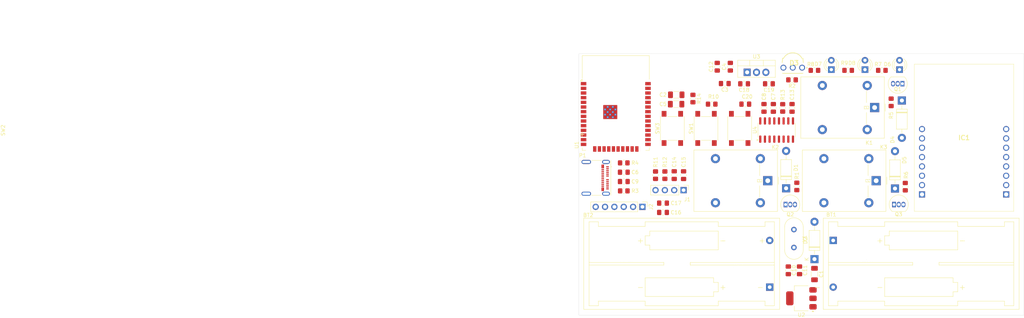
<source format=kicad_pcb>
(kicad_pcb (version 20221018) (generator pcbnew)
  (layers (0 "F.Cu" signal) (31 "B.Cu" signal) (34 "B.Paste" user) (35 "F.Paste" user) (36 "B.SilkS" user "B.Silkscreen") (37 "F.SilkS" user "F.Silkscreen") (38 "B.Mask" user) (39 "F.Mask" user) (44 "Edge.Cuts" user))
  (net 0 "")
  (net 1 "Net-(D1-K)")
  (net 2 "GND")
  (net 3 "BAT")
  (net 4 "Net-(BT1-+)")
  (net 5 "Net-(D4-K)")
  (net 6 "Net-(D5-K)")
  (net 8 "LOAD 2")
  (net 10 "LOAD 1")
  (net 12 "LOAD 3")
  (net 13 "Net-(Q1-B)")
  (net 14 "Net-(Q2-B)")
  (net 15 "Net-(Q3-B)")
  (net 16 "Net-(C6-Pad1)")
  (net 17 "Net-(U1-VDD)")
  (net 18 "EN")
  (net 25 "RELAY-1-ESP32")
  (net 26 "RELAY-2-ESP32")
  (net 27 "RELAY-3-ESP32")
  (net 39 "RTS")
  (net 40 "IR Sensor")
  (net 43 "CS")
  (net 44 "SCK")
  (net 45 "MISO")
  (net 47 "SDA")
  (net 48 "RX")
  (net 49 "TX")
  (net 50 "SCL")
  (net 51 "MOSI")
  (net 52 "VCC")
  (net 54 "D+")
  (net 55 "D-")
  (net 56 "Net-(U4-XI)")
  (net 57 "Net-(U4-XO)")
  (net 62 "Net-(U4-~{DTR})")
  (net 63 "Net-(U4-~{RTS})")
  (net 65 "Net-(U4-VCC)")
  (net 66 "IR-SENSOR-ESP32")
  (net 67 "Net-(IC1-5V)")
  (net 68 "Net-(C9-Pad1)")
  (net 69 "Net-(J1-Pin_2)")
  (net 70 "Net-(J1-Pin_1)")
  (net 71 "Net-(J2-Pin_2)")
  (net 72 "Net-(J2-Pin_1)")
  (net 73 "Net-(U3-IN)")
  (net 74 "Net-(U3-OUT)")
  (net 75 "Net-(C20-Pad1)")
  (net 76 "Net-(D6-K)")
  (net 77 "Net-(D7-K)")
  (net 78 "Net-(D8-K)")
  (net 79 "Net-(P1-CC)")
  (net 80 "Net-(P1-VCONN)")
  (net 99 "Net-(BT1--)")
  (footprint "Capacitor_SMD:C_0805_2012Metric_Pad1.18x1.45mm_HandSolder" (layer "F.Cu") (at 93.98 98.552 90)
    (fp_text reference "C11" (at 0 1.524 90) (layer "F.SilkS"))
    (fp_text value "22pF")
    (pad "1" smd roundrect (at -1.0375 0 90) (size 1.175 1.45) (layers "F.Cu" "F.Paste" "F.Mask") (roundrect_rratio 0.212766) (net 2 "GND"))
    (pad "2" smd roundrect (at 1.0375 0 90) (size 1.175 1.45) (layers "F.Cu" "F.Paste" "F.Mask") (roundrect_rratio 0.212766) (net 57 "Net-(U4-XO)"))
  )
  (footprint "Capacitor_SMD:C_0805_2012Metric_Pad1.18x1.45mm_HandSolder" (layer "F.Cu") (at 91.948 54.356 90)
    (fp_text reference "C13" (at 3.556 0 90) (layer "F.SilkS"))
    (fp_text value "0.1uF")
    (pad "1" smd roundrect (at -1.0375 0 90) (size 1.175 1.45) (layers "F.Cu" "F.Paste" "F.Mask") (roundrect_rratio 0.212766) (net 63 "Net-(U4-~{RTS})"))
    (pad "2" smd roundrect (at 1.0375 0 90) (size 1.175 1.45) (layers "F.Cu" "F.Paste" "F.Mask") (roundrect_rratio 0.212766) (net 39 "RTS"))
  )
  (footprint "Resistor_SMD:R_0805_2012Metric_Pad1.20x1.40mm_HandSolder" (layer "F.Cu") (at 70.12 53.34)
    (fp_text reference "R10" (at 0.492 -2.032) (layer "F.SilkS"))
    (fp_text value "10K")
    (pad "1" smd roundrect (at -1 0) (size 1.2 1.4) (layers "F.Cu" "F.Paste" "F.Mask") (roundrect_rratio 0.208333) (net 52 "VCC"))
    (pad "2" smd roundrect (at 1 0) (size 1.2 1.4) (layers "F.Cu" "F.Paste" "F.Mask") (roundrect_rratio 0.208333) (net 18 "EN"))
  )
  (footprint "Resistor_SMD:R_0805_2012Metric_Pad1.20x1.40mm_HandSolder" (layer "F.Cu") (at 46.2495 76.942 180)
    (fp_text reference "R3" (at -3.064 0) (layer "F.SilkS"))
    (fp_text value "5.1K")
    (pad "1" smd roundrect (at -1 0 180) (size 1.2 1.4) (layers "F.Cu" "F.Paste" "F.Mask") (roundrect_rratio 0.208333) (net 2 "GND"))
    (pad "2" smd roundrect (at 1 0 180) (size 1.2 1.4) (layers "F.Cu" "F.Paste" "F.Mask") (roundrect_rratio 0.208333) (net 79 "Net-(P1-CC)"))
  )
  (footprint "Capacitor_SMD:C_0805_2012Metric_Pad1.18x1.45mm_HandSolder" (layer "F.Cu") (at 85.666 47.8015 180)
    (fp_text reference "C19" (at 0 -1.68) (layer "F.SilkS"))
    (fp_text value "0.1uF")
    (pad "1" smd roundrect (at -1.0375 0 180) (size 1.175 1.45) (layers "F.Cu" "F.Paste" "F.Mask") (roundrect_rratio 0.212766) (net 74 "Net-(U3-OUT)"))
    (pad "2" smd roundrect (at 1.0375 0 180) (size 1.175 1.45) (layers "F.Cu" "F.Paste" "F.Mask") (roundrect_rratio 0.212766) (net 67 "Net-(IC1-5V)"))
  )
  (footprint "Resistor_SMD:R_0805_2012Metric_Pad1.20x1.40mm_HandSolder" (layer "F.Cu") (at 98.028 44.147)
    (fp_text reference "R8" (at -1 -1.65) (layer "F.SilkS"))
    (fp_text value "68")
    (pad "1" smd roundrect (at -1 0) (size 1.2 1.4) (layers "F.Cu" "F.Paste" "F.Mask") (roundrect_rratio 0.208333) (net 2 "GND"))
    (pad "2" smd roundrect (at 1 0) (size 1.2 1.4) (layers "F.Cu" "F.Paste" "F.Mask") (roundrect_rratio 0.208333) (net 77 "Net-(D7-K)"))
  )
  (footprint "Capacitor_SMD:C_0805_2012Metric_Pad1.18x1.45mm_HandSolder" (layer "F.Cu") (at 90.932 98.552 -90)
    (fp_text reference "C10" (at 0 -1.524 90) (layer "F.SilkS"))
    (fp_text value "22pF")
    (pad "1" smd roundrect (at -1.0375 0 270) (size 1.175 1.45) (layers "F.Cu" "F.Paste" "F.Mask") (roundrect_rratio 0.212766) (net 56 "Net-(U4-XI)"))
    (pad "2" smd roundrect (at 1.0375 0 270) (size 1.175 1.45) (layers "F.Cu" "F.Paste" "F.Mask") (roundrect_rratio 0.212766) (net 2 "GND"))
  )
  (footprint "Resistor_SMD:R_0805_2012Metric_Pad1.20x1.40mm_HandSolder" (layer "F.Cu") (at 54.864 72.66 -90)
    (fp_text reference "R11" (at -3.556 0 90) (layer "F.SilkS"))
    (fp_text value "4.7K")
    (pad "1" smd roundrect (at -1 0 270) (size 1.2 1.4) (layers "F.Cu" "F.Paste" "F.Mask") (roundrect_rratio 0.208333) (net 52 "VCC"))
    (pad "2" smd roundrect (at 1 0 270) (size 1.2 1.4) (layers "F.Cu" "F.Paste" "F.Mask") (roundrect_rratio 0.208333) (net 50 "SCL"))
  )
  (footprint "Connector_USB:USB_C_Receptacle_Molex_105450-0101" (layer "F.Cu") (at 38.608 73.386 -90)
    (fp_text reference "P1" (at -6.088 3.556 unlocked) (layer "F.SilkS"))
    (fp_text value "USB_C_Plug")
    (pad "A1" smd rect (at -3 -3.215 270) (size 0.3 0.7) (layers "F.Cu" "F.Paste" "F.Mask") (net 2 "GND"))
    (pad "A2" smd rect (at -2.5 -3.215 270) (size 0.3 0.7) (layers "F.Cu" "F.Paste" "F.Mask"))
    (pad "A3" smd rect (at -2 -3.215 270) (size 0.3 0.7) (layers "F.Cu" "F.Paste" "F.Mask"))
    (pad "A4" smd rect (at -1.5 -3.215 270) (size 0.3 0.7) (layers "F.Cu" "F.Paste" "F.Mask") (net 68 "Net-(C9-Pad1)"))
    (pad "A5" smd rect (at -1 -3.215 270) (size 0.3 0.7) (layers "F.Cu" "F.Paste" "F.Mask") (net 79 "Net-(P1-CC)"))
    (pad "A6" smd rect (at -0.5 -3.215 270) (size 0.3 0.7) (layers "F.Cu" "F.Paste" "F.Mask") (net 54 "D+"))
    (pad "A7" smd rect (at 0.5 -3.215 270) (size 0.3 0.7) (layers "F.Cu" "F.Paste" "F.Mask") (net 55 "D-"))
    (pad "A8" smd rect (at 1 -3.215 270) (size 0.3 0.7) (layers "F.Cu" "F.Paste" "F.Mask"))
    (pad "A9" smd rect (at 1.5 -3.215 270) (size 0.3 0.7) (layers "F.Cu" "F.Paste" "F.Mask") (net 68 "Net-(C9-Pad1)"))
    (pad "A10" smd rect (at 2 -3.215 270) (size 0.3 0.7) (layers "F.Cu" "F.Paste" "F.Mask"))
    (pad "A11" smd rect (at 2.5 -3.215 270) (size 0.3 0.7) (layers "F.Cu" "F.Paste" "F.Mask"))
    (pad "A12" smd rect (at 3 -3.215 270) (size 0.3 0.7) (layers "F.Cu" "F.Paste" "F.Mask") (net 2 "GND"))
    (pad "B1" smd rect (at 3.1 -1.915 270) (size 1 0.7) (layers "F.Cu" "F.Paste" "F.Mask") (net 2 "GND"))
    (pad "B2" smd rect (at 2.25 -1.915 270) (size 0.3 0.7) (layers "F.Cu" "F.Paste" "F.Mask"))
    (pad "B3" smd rect (at 1.75 -1.915 270) (size 0.3 0.7) (layers "F.Cu" "F.Paste" "F.Mask"))
    (pad "B4" smd rect (at 1.25 -1.915 270) (size 0.3 0.7) (layers "F.Cu" "F.Paste" "F.Mask") (net 68 "Net-(C9-Pad1)"))
    (pad "B5" smd rect (at 0.75 -1.915 270) (size 0.3 0.7) (layers "F.Cu" "F.Paste" "F.Mask") (net 80 "Net-(P1-VCONN)"))
    (pad "B6" smd rect (at 0.25 -1.915 270) (size 0.3 0.7) (layers "F.Cu" "F.Paste" "F.Mask"))
    (pad "B7" smd rect (at -0.25 -1.915 270) (size 0.3 0.7) (layers "F.Cu" "F.Paste" "F.Mask"))
    (pad "B8" smd rect (at -0.75 -1.915 270) (size 0.3 0.7) (layers "F.Cu" "F.Paste" "F.Mask"))
    (pad "B9" smd rect (at -1.25 -1.915 270) (size 0.3 0.7) (layers "F.Cu" "F.Paste" "F.Mask") (net 68 "Net-(C9-Pad1)"))
    (pad "B10" smd rect (at -1.75 -1.915 270) (size 0.3 0.7) (layers "F.Cu" "F.Paste" "F.Mask"))
    (pad "B11" smd rect (at -2.25 -1.915 270) (size 0.3 0.7) (layers "F.Cu" "F.Paste" "F.Mask"))
    (pad "B12" smd rect (at -3.1 -1.915 270) (size 1 0.7) (layers "F.Cu" "F.Paste" "F.Mask") (net 2 "GND"))
    (pad "S1" thru_hole oval (at -4.32 -2.805 270) (size 1.1 2.1) (drill oval 0.6 1.6) (layers "*.Cu" "*.Mask") (net 2 "GND"))
    (pad "S1" thru_hole oval (at -4.32 2.555 270) (size 1.1 2.6) (drill oval 0.6 2.1) (layers "*.Cu" "*.Mask") (net 2 "GND"))
    (pad "S1" thru_hole oval (at 4.32 -2.805 270) (size 1.1 2.1) (drill oval 0.6 1.6) (layers "*.Cu" "*.Mask") (net 2 "GND"))
    (pad "S1" thru_hole oval (at 4.32 2.555 270) (size 1.1 2.6) (drill oval 0.6 2.1) (layers "*.Cu" "*.Mask") (net 2 "GND"))
  )
  (footprint "Battery:BatteryHolder_Keystone_2468_2xAAA" (layer "F.Cu") (at 103.124 90.424)
    (fp_text reference "BT1" (at -0.5165 -7) (layer "F.SilkS"))
    (fp_text value "3V")
    (fp_text user "-" (at 12.7 12.7) (layer "F.SilkS") (effects (font (size 1.5 1.5))))
    (fp_text user "-" (at -4.318 12.7) (layer "F.SilkS") (effects (font (size 1.5 1.5))))
    (fp_text user "+" (at -68.216 -28.956) (layer "F.SilkS") (effects (font (size 1.5 1.5))))
    (fp_text user "+" (at 35.1 12.7) (layer "F.SilkS") (effects (font (size 1.5 1.5))))
    (fp_text user "+" (at 12.7 0) (layer "F.SilkS") (effects (font (size 1.5 1.5))))
    (fp_text user "-" (at 35.1 0) (layer "F.SilkS") (effects (font (size 1.5 1.5))))
    (pad "" np_thru_hole circle (at 8.64 4) (size 3.45 3.45) (drill 3.45) (layers "*.Cu"))
    (pad "" np_thru_hole circle (at 38.61 8.7) (size 3.45 3.45) (drill 3.45) (layers "*.Cu" "*.Mask"))
    (pad "1" thru_hole rect (at 0 0) (size 2 2) (drill 1.02) (layers "*.Cu" "*.Mask") (net 4 "Net-(BT1-+)"))
    (pad "2" thru_hole circle (at 0 12.7) (size 2 2) (drill 1.02) (layers "*.Cu" "*.Mask") (net 99 "Net-(BT1--)"))
  )
  (footprint "Battery:BatteryHolder_Keystone_2468_2xAAA" (layer "F.Cu") (at 85.876 103.124 180)
    (fp_text reference "BT2" (at 49.3 19.578) (layer "F.SilkS"))
    (fp_text value "3V")
    (fp_text user "-" (at 35.1 0) (layer "F.SilkS") (effects (font (size 1.5 1.5))))
    (fp_text user "+" (at 2.032 12.7) (layer "F.SilkS") (effects (font (size 1.5 1.5))))
    (fp_text user "-" (at 2.542 0) (layer "F.SilkS") (effects (font (size 1.5 1.5))))
    (fp_text user "+" (at 12.7 0) (layer "F.SilkS") (effects (font (size 1.5 1.5))))
    (fp_text user "-" (at 12.7 12.7) (layer "F.SilkS") (effects (font (size 1.5 1.5))))
    (fp_text user "+" (at 35.1 12.7) (layer "F.SilkS") (effects (font (size 1.5 1.5))))
    (pad "" np_thru_hole circle (at 8.64 4 180) (size 3.45 3.45) (drill 3.45) (layers "*.Cu"))
    (pad "" np_thru_hole circle (at 38.61 8.7 180) (size 3.45 3.45) (drill 3.45) (layers "*.Cu" "*.Mask"))
    (pad "1" thru_hole rect (at 0 0 180) (size 2 2) (drill 1.02) (layers "*.Cu" "*.Mask") (net 99 "Net-(BT1--)"))
    (pad "2" thru_hole circle (at 0 12.7 180) (size 2 2) (drill 1.02) (layers "*.Cu" "*.Mask") (net 2 "GND"))
  )
  (footprint "Package_SO:SOIC-16_3.9x9.9mm_P1.27mm" (layer "F.Cu") (at 87.757 60.387 90)
    (fp_text reference "U4" (at 0 -5.9 90) (layer "F.SilkS"))
    (fp_text value "CH340G")
    (pad "1" smd roundrect (at -2.475 -4.445 90) (size 1.95 0.6) (layers "F.Cu" "F.Paste" "F.Mask") (net 2 "GND"))
    (pad "2" smd roundrect (at -2.475 -3.175 90) (size 1.95 0.6) (layers "F.Cu" "F.Paste" "F.Mask") (net 49 "TX"))
    (pad "3" smd roundrect (at -2.475 -1.905 90) (size 1.95 0.6) (layers "F.Cu" "F.Paste" "F.Mask") (net 48 "RX"))
    (pad "4" smd roundrect (at -2.475 -0.635 90) (size 1.95 0.6) (layers "F.Cu" "F.Paste" "F.Mask"))
    (pad "5" smd roundrect (at -2.475 0.635 90) (size 1.95 0.6) (layers "F.Cu" "F.Paste" "F.Mask") (net 54 "D+"))
    (pad "6" smd roundrect (at -2.475 1.905 90) (size 1.95 0.6) (layers "F.Cu" "F.Paste" "F.Mask") (net 55 "D-"))
    (pad "7" smd roundrect (at -2.475 3.175 90) (size 1.95 0.6) (layers "F.Cu" "F.Paste" "F.Mask") (net 56 "Net-(U4-XI)"))
    (pad "8" smd roundrect (at -2.475 4.445 90) (size 1.95 0.6) (layers "F.Cu" "F.Paste" "F.Mask") (net 57 "Net-(U4-XO)"))
    (pad "9" smd roundrect (at 2.475 4.445 90) (size 1.95 0.6) (layers "F.Cu" "F.Paste" "F.Mask"))
    (pad "10" smd roundrect (at 2.475 3.175 90) (size 1.95 0.6) (layers "F.Cu" "F.Paste" "F.Mask"))
    (pad "11" smd roundrect (at 2.475 1.905 90) (size 1.95 0.6) (layers "F.Cu" "F.Paste" "F.Mask"))
    (pad "12" smd roundrect (at 2.475 0.635 90) (size 1.95 0.6) (layers "F.Cu" "F.Paste" "F.Mask"))
    (pad "13" smd roundrect (at 2.475 -0.635 90) (size 1.95 0.6) (layers "F.Cu" "F.Paste" "F.Mask") (net 62 "Net-(U4-~{DTR})"))
    (pad "14" smd roundrect (at 2.475 -1.905 90) (size 1.95 0.6) (layers "F.Cu" "F.Paste" "F.Mask") (net 63 "Net-(U4-~{RTS})"))
    (pad "15" smd roundrect (at 2.475 -3.175 90) (size 1.95 0.6) (layers "F.Cu" "F.Paste" "F.Mask"))
    (pad "16" smd roundrect (at 2.475 -4.445 90) (size 1.95 0.6) (layers "F.Cu" "F.Paste" "F.Mask") (net 65 "Net-(U4-VCC)"))
  )
  (footprint "Capacitor_SMD:C_0805_2012Metric_Pad1.18x1.45mm_HandSolder" (layer "F.Cu") (at 71.628 43.1585 90)
    (fp_text reference "C12" (at 0 -1.68 90) (layer "F.SilkS"))
    (fp_text value "0.1uF")
    (pad "1" smd roundrect (at -1.0375 0 90) (size 1.175 1.45) (layers "F.Cu" "F.Paste" "F.Mask") (roundrect_rratio 0.212766) (net 18 "EN"))
    (pad "2" smd roundrect (at 1.0375 0 90) (size 1.175 1.45) (layers "F.Cu" "F.Paste" "F.Mask") (roundrect_rratio 0.212766) (net 62 "Net-(U4-~{DTR})"))
  )
  (footprint "Resistor_SMD:R_0805_2012Metric_Pad1.20x1.40mm_HandSolder" (layer "F.Cu") (at 118.872 52.848 -90)
    (fp_text reference "R5" (at 3.556 0 90) (layer "F.SilkS"))
    (fp_text value "1K")
    (pad "1" smd roundrect (at -1 0 270) (size 1.2 1.4) (layers "F.Cu" "F.Paste" "F.Mask") (roundrect_rratio 0.208333) (net 13 "Net-(Q1-B)"))
    (pad "2" smd roundrect (at 1 0 270) (size 1.2 1.4) (layers "F.Cu" "F.Paste" "F.Mask") (roundrect_rratio 0.208333) (net 26 "RELAY-2-ESP32"))
  )
  (footprint "Connector_PinHeader_2.54mm:PinHeader_1x06_P2.54mm_Vertical" (layer "F.Cu") (at 51.308 81.28 -90)
    (fp_text reference "J2" (at 0 -2.33 90) (layer "F.SilkS"))
    (fp_text value "Conn_01x06_Pin")
    (pad "1" thru_hole rect (at 0 0 270) (size 1.7 1.7) (drill 1) (layers "*.Cu" "*.Mask") (net 72 "Net-(J2-Pin_1)"))
    (pad "2" thru_hole oval (at 0 2.54 270) (size 1.7 1.7) (drill 1) (layers "*.Cu" "*.Mask") (net 71 "Net-(J2-Pin_2)"))
    (pad "3" thru_hole oval (at 0 5.08 270) (size 1.7 1.7) (drill 1) (layers "*.Cu" "*.Mask") (net 43 "CS"))
    (pad "4" thru_hole oval (at 0 7.62 270) (size 1.7 1.7) (drill 1) (layers "*.Cu" "*.Mask") (net 51 "MOSI"))
    (pad "5" thru_hole oval (at 0 10.16 270) (size 1.7 1.7) (drill 1) (layers "*.Cu" "*.Mask") (net 45 "MISO"))
    (pad "6" thru_hole oval (at 0 12.7 270) (size 1.7 1.7) (drill 1) (layers "*.Cu" "*.Mask") (net 44 "SCK"))
  )
  (footprint "Package_TO_SOT_SMD:SOT-223-3_TabPin2" (layer "F.Cu") (at 94.488 106.172 180)
    (fp_text reference "U2" (at 0 -4.5) (layer "F.SilkS"))
    (fp_text value "AMS1117-3.3")
    (pad "1" smd roundrect (at -3.15 -2.3 180) (size 2 1.5) (layers "F.Cu" "F.Paste" "F.Mask") (net 2 "GND"))
    (pad "2" smd roundrect (at -3.15 0 180) (size 2 1.5) (layers "F.Cu" "F.Paste" "F.Mask") (net 52 "VCC"))
    (pad "2" smd roundrect (at 3.15 0 180) (size 2 3.8) (layers "F.Cu" "F.Paste" "F.Mask") (net 52 "VCC"))
    (pad "3" smd roundrect (at -3.15 2.3 180) (size 2 1.5) (layers "F.Cu" "F.Paste" "F.Mask") (net 3 "BAT"))
  )
  (footprint "LED_THT:LED_D3.0mm" (layer "F.Cu") (at 111.76 43.947 90)
    (fp_text reference "D8" (at 1.783 -3.556) (layer "F.SilkS"))
    (fp_text value "LED")
    (pad "1" thru_hole rect (at 0 0 90) (size 1.8 1.8) (drill 0.9) (layers "*.Cu" "*.Mask") (net 78 "Net-(D8-K)"))
    (pad "2" thru_hole circle (at 2.54 0 90) (size 1.8 1.8) (drill 0.9) (layers "*.Cu" "*.Mask") (net 12 "LOAD 3"))
  )
  (footprint "Capacitor_SMD:C_0805_2012Metric_Pad1.18x1.45mm_HandSolder" (layer "F.Cu") (at 59.944 72.644 -90)
    (fp_text reference "C14" (at -3.556 0 90) (layer "F.SilkS"))
    (fp_text value "0.1uF")
    (pad "1" smd roundrect (at -1.0375 0 270) (size 1.175 1.45) (layers "F.Cu" "F.Paste" "F.Mask") (roundrect_rratio 0.212766) (net 2 "GND"))
    (pad "2" smd roundrect (at 1.0375 0 270) (size 1.175 1.45) (layers "F.Cu" "F.Paste" "F.Mask") (roundrect_rratio 0.212766) (net 69 "Net-(J1-Pin_2)"))
  )
  (footprint "Resistor_SMD:R_0805_2012Metric_Pad1.20x1.40mm_HandSolder" (layer "F.Cu") (at 65.024 51.816 -90)
    (fp_text reference "R14" (at 0 -1.65 90) (layer "F.SilkS"))
    (fp_text value "10K")
    (pad "1" smd roundrect (at -1 0 270) (size 1.2 1.4) (layers "F.Cu" "F.Paste" "F.Mask") (roundrect_rratio 0.208333) (net 39 "RTS"))
    (pad "2" smd roundrect (at 1 0 270) (size 1.2 1.4) (layers "F.Cu" "F.Paste" "F.Mask") (roundrect_rratio 0.208333) (net 52 "VCC"))
  )
  (footprint "Package_TO_SOT_THT:TO-92_Inline" (layer "F.Cu") (at 90.194 80.658)
    (fp_text reference "Q2" (at 1.27 2.688) (layer "F.SilkS"))
    (fp_text value "BC547" hide)
    (pad "1" thru_hole rect (at 0 0) (size 1.05 1.5) (drill 0.75) (layers "*.Cu" "*.Mask") (net 1 "Net-(D1-K)"))
    (pad "2" thru_hole oval (at 1.27 0) (size 1.05 1.5) (drill 0.75) (layers "*.Cu" "*.Mask") (net 14 "Net-(Q2-B)"))
    (pad "3" thru_hole oval (at 2.54 0) (size 1.05 1.5) (drill 0.75) (layers "*.Cu" "*.Mask") (net 2 "GND"))
  )
  (footprint "Capacitor_SMD:C_0805_2012Metric_Pad1.18x1.45mm_HandSolder" (layer "F.Cu") (at 73.6815 47.7305 180)
    (fp_text reference "C3" (at 0 -1.68) (layer "F.SilkS"))
    (fp_text value "100nF")
    (pad "1" smd roundrect (at -1.0375 0 180) (size 1.175 1.45) (layers "F.Cu" "F.Paste" "F.Mask") (roundrect_rratio 0.212766) (net 3 "BAT"))
    (pad "2" smd roundrect (at 1.0375 0 180) (size 1.175 1.45) (layers "F.Cu" "F.Paste" "F.Mask") (roundrect_rratio 0.212766) (net 2 "GND"))
  )
  (footprint "Resistor_SMD:R_0805_2012Metric_Pad1.20x1.40mm_HandSolder" (layer "F.Cu") (at 57.404 72.66 90)
    (fp_text reference "R12" (at 3.556 0 90) (layer "F.SilkS"))
    (fp_text value "4.7K")
    (pad "1" smd roundrect (at -1 0 90) (size 1.2 1.4) (layers "F.Cu" "F.Paste" "F.Mask") (roundrect_rratio 0.208333) (net 47 "SDA"))
    (pad "2" smd roundrect (at 1 0 90) (size 1.2 1.4) (layers "F.Cu" "F.Paste" "F.Mask") (roundrect_rratio 0.208333) (net 52 "VCC"))
  )
  (footprint "Capacitor_SMD:C_0805_2012Metric_Pad1.18x1.45mm_HandSolder" (layer "F.Cu") (at 56.896 80.264 180)
    (fp_text reference "C17" (at -3.556 0) (layer "F.SilkS"))
    (fp_text value "0.1uF")
    (pad "1" smd roundrect (at -1.0375 0 180) (size 1.175 1.45) (layers "F.Cu" "F.Paste" "F.Mask") (roundrect_rratio 0.212766) (net 52 "VCC"))
    (pad "2" smd roundrect (at 1.0375 0 180) (size 1.175 1.45) (layers "F.Cu" "F.Paste" "F.Mask") (roundrect_rratio 0.212766) (net 72 "Net-(J2-Pin_1)"))
  )
  (footprint "Resistor_SMD:R_0805_2012Metric_Pad1.20x1.40mm_HandSolder" (layer "F.Cu") (at 93.244 75.726 90)
    (fp_text reference "R1" (at 2.952 0.0155 90) (layer "F.SilkS"))
    (fp_text value "1K")
    (pad "1" smd roundrect (at -1 0 90) (size 1.2 1.4) (layers "F.Cu" "F.Paste" "F.Mask") (roundrect_rratio 0.208333) (net 14 "Net-(Q2-B)"))
    (pad "2" smd roundrect (at 1 0 90) (size 1.2 1.4) (layers "F.Cu" "F.Paste" "F.Mask") (roundrect_rratio 0.208333) (net 25 "RELAY-1-ESP32"))
  )
  (footprint "Resistor_SMD:R_0805_2012Metric_Pad1.20x1.40mm_HandSolder" (layer "F.Cu") (at 89.408 54.356 90)
    (fp_text reference "R13" (at 3.556 0 90) (layer "F.SilkS"))
    (fp_text value "10K")
    (pad "1" smd roundrect (at -1 0 90) (size 1.2 1.4) (layers "F.Cu" "F.Paste" "F.Mask") (roundrect_rratio 0.208333) (net 52 "VCC"))
    (pad "2" smd roundrect (at 1 0 90) (size 1.2 1.4) (layers "F.Cu" "F.Paste" "F.Mask") (roundrect_rratio 0.208333) (net 47 "SDA"))
  )
  (footprint "Relay_THT:Relay_SPDT_Omron-G5LE-1" (layer "F.Cu") (at 114.3755 54.266 -90)
    (fp_text reference "K1" (at 9.6 1.4835) (layer "F.SilkS"))
    (fp_text value "G5LE-1")
    (pad "1" thru_hole rect (at 0 0 270) (size 2.5 2.5) (drill 1.3) (layers "*.Cu" "*.Mask"))
    (pad "2" thru_hole oval (at -6 2 270) (size 2.5 2.5) (drill 1.3) (layers "*.Cu" "*.Mask") (net 2 "GND"))
    (pad "3" thru_hole oval (at -6 14.2 270) (size 2.5 2.5) (drill 1.3) (layers "*.Cu" "*.Mask") (net 3 "BAT"))
    (pad "4" thru_hole oval (at 6 14.2 270) (size 2.5 2.5) (drill 1.3) (layers "*.Cu" "*.Mask") (net 8 "LOAD 2"))
    (pad "5" thru_hole oval (at 6 2 270) (size 2.5 2.5) (drill 1.3) (layers "*.Cu" "*.Mask") (net 5 "Net-(D4-K)"))
  )
  (footprint "Package_TO_SOT_THT:TO-220-3_Vertical" (layer "F.Cu") (at 79.756 44.6825)
    (fp_text reference "U3" (at 2.54 -4.27) (layer "F.SilkS"))
    (fp_text value "L7805")
    (pad "1" thru_hole rect (at 0 0) (size 1.905 2) (drill 1.1) (layers "*.Cu" "*.Mask") (net 73 "Net-(U3-IN)"))
    (pad "2" thru_hole oval (at 2.54 0) (size 1.905 2) (drill 1.1) (layers "*.Cu" "*.Mask") (net 2 "GND"))
    (pad "3" thru_hole oval (at 5.08 0) (size 1.905 2) (drill 1.1) (layers "*.Cu" "*.Mask") (net 74 "Net-(U3-OUT)"))
  )
  (footprint "Capacitor_SMD:C_0805_2012Metric_Pad1.18x1.45mm_HandSolder" (layer "F.Cu") (at 46.2495 71.862)
    (fp_text reference "C6" (at 3.048 0) (layer "F.SilkS"))
    (fp_text value "0.1uF")
    (pad "1" smd roundrect (at -1.0375 0) (size 1.175 1.45) (layers "F.Cu" "F.Paste" "F.Mask") (roundrect_rratio 0.212766) (net 16 "Net-(C6-Pad1)"))
    (pad "2" smd roundrect (at 1.0375 0) (size 1.175 1.45) (layers "F.Cu" "F.Paste" "F.Mask") (roundrect_rratio 0.212766) (net 2 "GND"))
  )
  (footprint "LED_THT:LED_D3.0mm" (layer "F.Cu") (at 102.616 43.947 90)
    (fp_text reference "D7" (at 1.524 -3.556 180) (layer "F.SilkS"))
    (fp_text value "LED")
    (pad "1" thru_hole rect (at 0 0 90) (size 1.8 1.8) (drill 0.9) (layers "*.Cu" "*.Mask") (net 77 "Net-(D7-K)"))
    (pad "2" thru_hole circle (at 2.54 0 90) (size 1.8 1.8) (drill 0.9) (layers "*.Cu" "*.Mask") (net 8 "LOAD 2"))
  )
  (footprint "Connector_PinHeader_2.54mm:PinHeader_1x04_P2.54mm_Vertical" (layer "F.Cu") (at 62.484 76.74 -90)
    (fp_text reference "J1" (at 2.524 -1.016 -180) (layer "F.SilkS"))
    (fp_text value "Conn_01x04_Pin")
    (pad "1" thru_hole rect (at 0 0 270) (size 1.7 1.7) (drill 1) (layers "*.Cu" "*.Mask") (net 70 "Net-(J1-Pin_1)"))
    (pad "2" thru_hole oval (at 0 2.54 270) (size 1.7 1.7) (drill 1) (layers "*.Cu" "*.Mask") (net 69 "Net-(J1-Pin_2)"))
    (pad "3" thru_hole oval (at 0 5.08 270) (size 1.7 1.7) (drill 1) (layers "*.Cu" "*.Mask") (net 47 "SDA"))
    (pad "4" thru_hole oval (at 0 7.62 270) (size 1.7 1.7) (drill 1) (layers "*.Cu" "*.Mask") (net 50 "SCL"))
  )
  (footprint "Package_TO_SOT_THT:TO-92_Inline" (layer "F.Cu") (at 121.922 47.776 180)
    (fp_text reference "Q1" (at 1.27 -1.5) (layer "F.SilkS"))
    (fp_text value "BC547" hide)
    (pad "1" thru_hole rect (at 0 0 180) (size 1.05 1.5) (drill 0.75) (layers "*.Cu" "*.Mask") (net 5 "Net-(D4-K)"))
    (pad "2" thru_hole oval (at 1.27 0 180) (size 1.05 1.5) (drill 0.75) (layers "*.Cu" "*.Mask") (net 13 "Net-(Q1-B)"))
    (pad "3" thru_hole oval (at 2.54 0 180) (size 1.05 1.5) (drill 0.75) (layers "*.Cu" "*.Mask") (net 2 "GND"))
  )
  (footprint "Capacitor_SMD:C_0805_2012Metric_Pad1.18x1.45mm_HandSolder" (layer "F.Cu") (at 62.484 72.66 90)
    (fp_text reference "C15" (at 3.556 0 90) (layer "F.SilkS"))
    (fp_text value "0.1uF")
    (pad "1" smd roundrect (at -1.0375 0 90) (size 1.175 1.45) (layers "F.Cu" "F.Paste" "F.Mask") (roundrect_rratio 0.212766) (net 70 "Net-(J1-Pin_1)"))
    (pad "2" smd roundrect (at 1.0375 0 90) (size 1.175 1.45) (layers "F.Cu" "F.Paste" "F.Mask") (roundrect_rratio 0.212766) (net 52 "VCC"))
  )
  (footprint "Diode_THT:D_DO-41_SOD81_P10.16mm_Horizontal" (layer "F.Cu") (at 98.044 95.504 90)
    (fp_text reference "D2" (at 5.08 -2.47 90) (layer "F.SilkS"))
    (fp_text value "1N4007")
    (fp_text user "K" (at 0 -2.1 90) (layer "F.SilkS"))
    (pad "1" thru_hole rect (at 0 0 90) (size 2.2 2.2) (drill 1.1) (layers "*.Cu" "*.Mask") (net 3 "BAT"))
    (pad "2" thru_hole oval (at 10.16 0 90) (size 2.2 2.2) (drill 1.1) (layers "*.Cu" "*.Mask") (net 4 "Net-(BT1-+)"))
  )
  (footprint "Capacitor_SMD:C_0805_2012Metric_Pad1.18x1.45mm_HandSolder" (layer "F.Cu") (at 46.2495 74.402)
    (fp_text reference "C9" (at 3.048 0) (layer "F.SilkS"))
    (fp_text value "1uF")
    (pad "1" smd roundrect (at -1.0375 0) (size 1.175 1.45) (layers "F.Cu" "F.Paste" "F.Mask") (roundrect_rratio 0.212766) (net 68 "Net-(C9-Pad1)"))
    (pad "2" smd roundrect (at 1.0375 0) (size 1.175 1.45) (layers "F.Cu" "F.Paste" "F.Mask") (roundrect_rratio 0.212766) (net 52 "VCC"))
  )
  (footprint "TSOP1838:TSOP4856" (layer "F.Cu") (at 92.141 43.414001 180)
    (fp_text reference "D3" (at -0.368 1.289) (layer "F.SilkS") (effects (font (size 1.27 1.27) (thickness 0.254))))
    (fp_text value "TSOP1838" hide)
    (pad "1" thru_hole circle (at -2.54 0 180) (size 1.6 1.6) (drill 1.06) (layers "*.Cu" "*.Mask") (net 66 "IR-SENSOR-ESP32"))
    (pad "2" thru_hole circle (at 0 0 180) (size 1.6 1.6) (drill 1.06) (layers "*.Cu" "*.Mask") (net 2 "GND"))
    (pad "3" thru_hole circle (at 2.54 0 180) (size 1.6 1.6) (drill 1.06) (layers "*.Cu" "*.Mask") (net 52 "VCC"))
  )
  (footprint "Diode_THT:D_DO-41_SOD81_P10.16mm_Horizontal" (layer "F.Cu") (at 90.334 76.234 90)
    (fp_text reference "D1" (at 5.588 2.654 90) (layer "F.SilkS"))
    (fp_text value "1N4007" hide)
    (pad "1" thru_hole rect (at 0 0 90) (size 2.2 2.2) (drill 1.1) (layers "*.Cu" "*.Mask") (net 1 "Net-(D1-K)"))
    (pad "2" thru_hole oval (at 10.16 0 90) (size 2.2 2.2) (drill 1.1) (layers "*.Cu" "*.Mask") (net 2 "GND"))
  )
  (footprint "Package_TO_SOT_THT:TO-92_Inline" (layer "F.Cu") (at 119.6575 80.658)
    (fp_text reference "Q3" (at 1.238 2.654) (layer "F.SilkS"))
    (fp_text value "BC547" hide)
    (pad "1" thru_hole rect (at 0 0) (size 1.05 1.5) (drill 0.75) (layers "*.Cu" "*.Mask") (net 6 "Net-(D5-K)"))
    (pad "2" thru_hole oval (at 1.27 0) (size 1.05 1.5) (drill 0.75) (layers "*.Cu" "*.Mask") (net 15 "Net-(Q3-B)"))
    (pad "3" thru_hole oval (at 2.54 0) (size 1.05 1.5) (drill 0.75) (layers "*.Cu" "*.Mask") (net 2 "GND"))
  )
  (footprint "Button_Switch_SMD:SW_Push_1P1T_NO_6x6mm_H9.5mm" (layer "F.Cu") (at 59.436 59.944 90)
    (fp_text reference "SW3" (at 0 -4.05 90) (layer "F.SilkS"))
    (fp_text value "SW_Push")
    (pad "1" smd rect (at -3.975 -2.25 90) (size 1.55 1.3) (layers "F.Cu" "F.Paste" "F.Mask") (net 39 "RTS"))
    (pad "1" smd rect (at 3.975 -2.25 90) (size 1.55 1.3) (layers "F.Cu" "F.Paste" "F.Mask") (net 39 "RTS"))
    (pad "2" smd rect (at -3.975 2.25 90) (size 1.55 1.3) (layers "F.Cu" "F.Paste" "F.Mask") (net 2 "GND"))
    (pad "2" smd rect (at 3.975 2.25 90) (size 1.55 1.3) (layers "F.Cu" "F.Paste" "F.Mask") (net 2 "GND"))
  )
  (footprint "Crystal:Crystal_HC49-U_Vertical" (layer "F.Cu") (at 92.456 87.466 -90)
    (fp_text reference "Y1" (at 2.452 -2.922 90) (layer "F.SilkS"))
    (fp_text value "12Mz")
    (pad "1" thru_hole circle (at 0 0 270) (size 1.5 1.5) (drill 0.8) (layers "*.Cu" "*.Mask") (net 56 "Net-(U4-XI)"))
    (pad "2" thru_hole circle (at 4.88 0 270) (size 1.5 1.5) (drill 0.8) (layers "*.Cu" "*.Mask") (net 57 "Net-(U4-XO)"))
  )
  (footprint "Diode_THT:D_DO-41_SOD81_P10.16mm_Horizontal" (layer "F.Cu") (at 121.782 52.348 -90)
    (fp_text reference "D4" (at 10.668 2.54 90) (layer "F.SilkS"))
    (fp_text value "1N4007" hide)
    (pad "1" thru_hole rect (at 0 0 270) (size 2.2 2.2) (drill 1.1) (layers "*.Cu" "*.Mask") (net 5 "Net-(D4-K)"))
    (pad "2" thru_hole oval (at 10.16 0 270) (size 2.2 2.2) (drill 1.1) (layers "*.Cu" "*.Mask") (net 2 "GND"))
  )
  (footprint "Resistor_SMD:R_0805_2012Metric_Pad1.20x1.40mm_HandSolder" (layer "F.Cu") (at 122.7075 75.788 90)
    (fp_text reference "R6" (at 3.144 0.22 90) (layer "F.SilkS"))
    (fp_text value "1K")
    (pad "1" smd roundrect (at -1 0 90) (size 1.2 1.4) (layers "F.Cu" "F.Paste" "F.Mask") (roundrect_rratio 0.208333) (net 15 "Net-(Q3-B)"))
    (pad "2" smd roundrect (at 1 0 90) (size 1.2 1.4) (layers "F.Cu" "F.Paste" "F.Mask") (roundrect_rratio 0.208333) (net 27 "RELAY-3-ESP32"))
  )
  (footprint "Capacitor_SMD:C_0805_2012Metric_Pad1.18x1.45mm_HandSolder" (layer "F.Cu") (at 84.328 54.356 90)
    (fp_text reference "C8" (at 3.048 0 90) (layer "F.SilkS"))
    (fp_text value "0.1uF")
    (pad "1" smd roundrect (at -1.0375 0 90) (size 1.175 1.45) (layers "F.Cu" "F.Paste" "F.Mask") (roundrect_rratio 0.212766) (net 52 "VCC"))
    (pad "2" smd roundrect (at 1.0375 0 90) (size 1.175 1.45) (layers "F.Cu" "F.Paste" "F.Mask") (roundrect_rratio 0.212766) (net 65 "Net-(U4-VCC)"))
  )
  (footprint "Capacitor_SMD:C_0805_2012Metric_Pad1.18x1.45mm_HandSolder" (layer "F.Cu") (at 86.868 54.356 90)
    (fp_text reference "C7" (at 3.048 0 90) (layer "F.SilkS"))
    (fp_text value "0.1uF")
    (pad "1" smd roundrect (at -1.0375 0 90) (size 1.175 1.45) (layers "F.Cu" "F.Paste" "F.Mask") (roundrect_rratio 0.212766) (net 52 "VCC"))
    (pad "2" smd roundrect (at 1.0375 0 90) (size 1.175 1.45) (layers "F.Cu" "F.Paste" "F.Mask") (roundrect_rratio 0.212766) (net 17 "Net-(U1-VDD)"))
  )
  (footprint "Diode_THT:D_DO-41_SOD81_P10.16mm_Horizontal" (layer "F.Cu") (at 119.9115 76.296 90)
    (fp_text reference "D5" (at 7.716 2.54 90) (layer "F.SilkS"))
    (fp_text value "1N4007" hide)
    (pad "1" thru_hole rect (at 0 0 90) (size 2.2 2.2) (drill 1.1) (layers "*.Cu" "*.Mask") (net 6 "Net-(D5-K)"))
    (pad "2" thru_hole oval (at 10.16 0 90) (size 2.2 2.2) (drill 1.1) (layers "*.Cu" "*.Mask") (net 2 "GND"))
  )
  (footprint "Resistor_SMD:R_0805_2012Metric_Pad1.20x1.40mm_HandSolder" (layer "F.Cu") (at 116.348 44.147)
    (fp_text reference "R7" (at -1.016 -1.65) (layer "F.SilkS"))
    (fp_text value "68")
    (pad "1" smd roundrect (at -1 0) (size 1.2 1.4) (layers "F.Cu" "F.Paste" "F.Mask") (roundrect_rratio 0.208333) (net 2 "GND"))
    (pad "2" smd roundrect (at 1 0) (size 1.2 1.4) (layers "F.Cu" "F.Paste" "F.Mask") (roundrect_rratio 0.208333) (net 76 "Net-(D6-K)"))
  )
  (footprint "Capacitor_SMD:C_0805_2012Metric_Pad1.18x1.45mm_HandSolder" (layer "F.Cu") (at 78.926 47.8015 180)
    (fp_text reference "C18" (at 0 -1.68) (layer "F.SilkS"))
    (fp_text value "0.33uF")
    (pad "1" smd roundrect (at -1.0375 0 180) (size 1.175 1.45) (layers "F.Cu" "F.Paste" "F.Mask") (roundrect_rratio 0.212766) (net 3 "BAT"))
    (pad "2" smd roundrect (at 1.0375 0 180) (size 1.175 1.45) (layers "F.Cu" "F.Paste" "F.Mask") (roundrect_rratio 0.212766) (net 73 "Net-(U3-IN)"))
  )
  (footprint "Resistor_SMD:R_0805_2012Metric_Pad1.20x1.40mm_HandSolder" (layer "F.Cu") (at 107.188 44.147)
    (fp_text reference "R9" (at -1.016 -1.983) (layer "F.SilkS"))
    (fp_text value "68")
    (pad "1" smd roundrect (at -1 0) (size 1.2 1.4) (layers "F.Cu" "F.Paste" "F.Mask") (roundrect_rratio 0.208333) (net 2 "GND"))
    (pad "2" smd roundrect (at 1 0) (size 1.2 1.4) (layers "F.Cu" "F.Paste" "F.Mask") (roundrect_rratio 0.208333) (net 78 "Net-(D8-K)"))
  )
  (footprint "Capacitor_SMD:C_0805_2012Metric_Pad1.18x1.45mm_HandSolder" (layer "F.Cu") (at 56.896 82.804)
    (fp_text reference "C16" (at 3.5345 0) (layer "F.SilkS"))
    (fp_text value "0.1uF")
    (pad "1" smd roundrect (at -1.0375 0) (size 1.175 1.45) (layers "F.Cu" "F.Paste" "F.Mask") (roundrect_rratio 0.212766) (net 71 "Net-(J2-Pin_2)"))
    (pad "2" smd roundrect (at 1.0375 0) (size 1.175 1.45) (layers "F.Cu" "F.Paste" "F.Mask") (roundrect_rratio 0.212766) (net 2 "GND"))
  )
  (footprint "Capacitor_SMD:C_0805_2012Metric_Pad1.18x1.45mm_HandSolder" (layer "F.Cu") (at 75.184 43.1585 90)
    (fp_text reference "C4" (at 0 -1.68 90) (layer "F.SilkS"))
    (fp_text value "100nF")
    (pad "1" smd roundrect (at -1.0375 0 90) (size 1.175 1.45) (layers "F.Cu" "F.Paste" "F.Mask") (roundrect_rratio 0.212766) (net 52 "VCC"))
    (pad "2" smd roundrect (at 1.0375 0 90) (size 1.175 1.45) (layers "F.Cu" "F.Paste" "F.Mask") (roundrect_rratio 0.212766) (net 2 "GND"))
  )
  (footprint "Capacitor_SMD:C_1206_3216Metric_Pad1.33x1.80mm_HandSolder" (layer "F.Cu") (at 98.044 99.568 -90)
    (fp_text reference "C1" (at 0 -1.85 90) (layer "F.SilkS"))
    (fp_text value "22uF")
    (pad "1" smd roundrect (at -1.5625 0 270) (size 1.325 1.8) (layers "F.Cu" "F.Paste" "F.Mask") (roundrect_rratio 0.188679) (net 3 "BAT"))
    (pad "2" smd roundrect (at 1.5625 0 270) (size 1.325 1.8) (layers "F.Cu" "F.Paste" "F.Mask") (roundrect_rratio 0.188679) (net 2 "GND"))
  )
  (footprint "Relay_THT:Relay_SPDT_Omron-G5LE-1" (layer "F.Cu") (at 114.7995 74.168 -90)
    (fp_text reference "K3" (at -9.144 -2.032 -180) (layer "F.SilkS"))
    (fp_text value "G5LE-1")
    (pad "1" thru_hole rect (at 0 0 270) (size 2.5 2.5) (drill 1.3) (layers "*.Cu" "*.Mask"))
    (pad "2" thru_hole oval (at -6 2 270) (size 2.5 2.5) (drill 1.3) (layers "*.Cu" "*.Mask") (net 2 "GND"))
    (pad "3" thru_hole oval (at -6 14.2 270) (size 2.5 2.5) (drill 1.3) (layers "*.Cu" "*.Mask") (net 3 "BAT"))
    (pad "4" thru_hole oval (at 6 14.2 270) (size 2.5 2.5) (drill 1.3) (layers "*.Cu" "*.Mask") (net 12 "LOAD 3"))
    (pad "5" thru_hole oval (at 6 2 270) (size 2.5 2.5) (drill 1.3) (layers "*.Cu" "*.Mask") (net 6 "Net-(D5-K)"))
  )
  (footprint "Capacitor_SMD:C_1206_3216Metric_Pad1.33x1.80mm_HandSolder" (layer "F.Cu") (at 60.4905 50.8)
    (fp_text reference "C2" (at -3.5945 0) (layer "F.SilkS"))
    (fp_text value "22uF")
    (pad "1" smd roundrect (at -1.5625 0) (size 1.325 1.8) (layers "F.Cu" "F.Paste" "F.Mask") (roundrect_rratio 0.188679) (net 52 "VCC"))
    (pad "2" smd roundrect (at 1.5625 0) (size 1.325 1.8) (layers "F.Cu" "F.Paste" "F.Mask") (roundrect_rratio 0.188679) (net 2 "GND"))
  )
  (footprint "Capacitor_SMD:C_1206_3216Metric_Pad1.33x1.80mm_HandSolder" (layer "F.Cu") (at 60.452 53.34 180)
    (fp_text reference "C5" (at 3.556 0) (layer "F.SilkS"))
    (fp_text value "47uF")
    (pad "1" smd roundrect (at -1.5625 0 180) (size 1.325 1.8) (layers "F.Cu" "F.Paste" "F.Mask") (roundrect_rratio 0.188679) (net 2 "GND"))
    (pad "2" smd roundrect (at 1.5625 0 180) (size 1.325 1.8) (layers "F.Cu" "F.Paste" "F.Mask") (roundrect_rratio 0.188679) (net 52 "VCC"))
  )
  (footprint "ESP32-CAM:ESP32CAM" (layer "F.Cu") (at 150.114 60.124 180)
    (fp_text reference "IC1" (at 11.43 -2.36) (layer "F.SilkS") (effects (font (size 1.27 1.27) (thickness 0.254))))
    (fp_text value "ESP32-CAM" hide)
    (pad "1" thru_hole circle (at 0 0 180) (size 1.665 1.665) (drill 1.11) (layers "*.Cu" "*.Mask"))
    (pad "2" thru_hole circle (at 0 -2.54 180) (size 1.665 1.665) (drill 1.11) (layers "*.Cu" "*.Mask"))
    (pad "3" thru_hole circle (at 0 -5.08 180) (size 1.665 1.665) (drill 1.11) (layers "*.Cu" "*.Mask"))
    (pad "4" thru_hole circle (at 0 -7.62 180) (size 1.665 1.665) (drill 1.11) (layers "*.Cu" "*.Mask"))
    (pad "5" thru_hole circle (at 0 -10.16 180) (size 1.665 1.665) (drill 1.11) (layers "*.Cu" "*.Mask"))
    (pad "6" thru_hole circle (at 0 -12.7 180) (size 1.665 1.665) (drill 1.11) (layers "*.Cu" "*.Mask"))
    (pad "7" thru_hole circle (at 0 -15.24 180) (size 1.665 1.665) (drill 1.11) (layers "*.Cu" "*.Mask") (net 2 "GND"))
    (pad "8" thru_hole rect (at 0 -17.78 180) (size 1.665 1.665) (drill 1.11) (layers "*.Cu" "*.Mask") (net 67 "Net-(IC1-5V)"))
    (pad "9" thru_hole rect (at 22.86 -17.78 180) (size 1.665 1.665) (drill 1.11) (layers "*.Cu" "*.Mask"))
    (pad "10" thru_hole circle (at 22.86 -15.24 180) (size 1.665 1.665) (drill 1.11) (layers "*.Cu" "*.Mask") (net 50 "SCL"))
    (pad "11" thru_hole circle (at 22.86 -12.7 180) (size 1.665 1.665) (drill 1.11) (layers "*.Cu" "*.Mask") (net 47 "SDA"))
    (pad "12" thru_hole circle (at 22.86 -10.16 180) (size 1.665 1.665) (drill 1.11) (layers "*.Cu" "*.Mask") (net 2 "GND"))
    (pad "13" thru_hole circle (at 22.86 -7.62 180) (size 1.665 1.665) (drill 1.11) (layers "*.Cu" "*.Mask"))
    (pad "14" thru_hole circle (at 22.86 -5.08 180) (size 1.665 1.665) (drill 1.11) (layers "*.Cu" "*.Mask") (net 49 "TX"))
    (pad "15" thru_hole circle (at 22.86 -2.54 180) (size 1.665 1.665) (drill 1.11) (layers "*.Cu" "*.Mask") (net 48 "RX"))
    (pad "16" thru_hole circle (at 22.86 0 180) (size 1.665 1.665) (drill 1.11) (layers "*.Cu" "*.Mask") (net 2 "GND"))
  )
  (footprint "Resistor_SMD:R_0805_2012Metric_Pad1.20x1.40mm_HandSolder" (layer "F.Cu") (at 91.948 46.736 180)
    (fp_text reference "R2" (at 0 -1.65) (layer "F.SilkS"))
    (fp_text value "10K")
    (pad "1" smd roundrect (at -1 0 180) (size 1.2 1.4) (layers "F.Cu" "F.Paste" "F.Mask") (roundrect_rratio 0.208333) (net 66 "IR-SENSOR-ESP32"))
    (pad "2" smd roundrect (at 1 0 180) (size 1.2 1.4) (layers "F.Cu" "F.Paste" "F.Mask") (roundrect_rratio 0.208333) (net 52 "VCC"))
  )
  (footprint "Relay_THT:Relay_SPDT_Omron-G5LE-1" (layer "F.Cu") (at 85.344 74.168 -90)
    (fp_text reference "K2" (at -9.11 -2.056 -180) (layer "F.SilkS"))
    (fp_text value "G5LE-1")
    (pad "1" thru_hole rect (at 0 0 270) (size 2.5 2.5) (drill 1.3) (layers "*.Cu" "*.Mask"))
    (pad "2" thru_hole oval (at -6 2 270) (size 2.5 2.5) (drill 1.3) (layers "*.Cu" "*.Mask") (net 2 "GND"))
    (pad "3" thru_hole oval (at -6 14.2 270) (size 2.5 2.5) (drill 1.3) (layers "*.Cu" "*.Mask") (net 3 "BAT"))
    (pad "4" thru_hole oval (at 6 14.2 270) (size 2.5 2.5) (drill 1.3) (layers "*.Cu" "*.Mask") (net 10 "LOAD 1"))
    (pad "5" thru_hole oval (at 6 2 270) (size 2.5 2.5) (drill 1.3) (layers "*.Cu" "*.Mask") (net 1 "Net-(D1-K)"))
  )
  (footprint "Button_Switch_SMD:SW_Push_1P1T_NO_6x6mm_H9.5mm" (layer "F.Cu") (at 77.724 59.944 -90)
    (fp_text reference "SW2" (at 0.508 200.076 90) (layer "F.SilkS"))
    (fp_text value "SW_Push")
    (pad "1" smd rect (at -3.975 -2.25 270) (size 1.55 1.3) (layers "F.Cu" "F.Paste" "F.Mask") (net 2 "GND"))
    (pad "1" smd rect (at 3.975 -2.25 270) (size 1.55 1.3) (layers "F.Cu" "F.Paste" "F.Mask") (net 2 "GND"))
    (pad "2" smd rect (at -3.975 2.25 270) (size 1.55 1.3) (layers "F.Cu" "F.Paste" "F.Mask") (net 75 "Net-(C20-Pad1)"))
    (pad "2" smd rect (at 3.975 2.25 270) (size 1.55 1.3) (layers "F.Cu" "F.Paste" "F.Mask") (net 75 "Net-(C20-Pad1)"))
  )
  (footprint "LED_THT:LED_D3.0mm" (layer "F.Cu") (at 121.148 43.947 90)
    (fp_text reference "D6" (at 1.45 -3.292 180) (layer "F.SilkS"))
    (fp_text value "LED")
    (pad "1" thru_hole rect (at 0 0 90) (size 1.8 1.8) (drill 0.9) (layers "*.Cu" "*.Mask") (net 76 "Net-(D6-K)"))
    (pad "2" thru_hole circle (at 2.54 0 90) (size 1.8 1.8) (drill 0.9) (layers "*.Cu" "*.Mask") (net 10 "LOAD 1"))
  )
  (footprint "Capacitor_SMD:C_0805_2012Metric_Pad1.18x1.45mm_HandSolder" (layer "F.Cu") (at 79.248 53.34)
    (fp_text reference "C20" (at 0.508 -2.032) (layer "F.SilkS"))
    (fp_text value "0.1uF")
    (pad "1" smd roundrect (at -1.0375 0) (size 1.175 1.45) (layers "F.Cu" "F.Paste" "F.Mask") (roundrect_rratio 0.212766) (net 75 "Net-(C20-Pad1)"))
    (pad "2" smd roundrect (at 1.0375 0) (size 1.175 1.45) (layers "F.Cu" "F.Paste" "F.Mask") (roundrect_rratio 0.212766) (net 47 "SDA"))
  )
  (footprint "RF_Module:ESP32-WROOM-32D" (layer "F.Cu") (at 44.064 56.022)
    (fp_text reference "U1" (at -10.61 8.43 90) (layer "F.SilkS"))
    (fp_text value "ESP32-WROOM-32D")
    (pad "1" smd rect (at -8.75 -8.25) (size 1.5 0.9) (layers "F.Cu" "F.Paste" "F.Mask") (net 16 "Net-(C6-Pad1)"))
    (pad "2" smd rect (at -8.75 -6.98) (size 1.5 0.9) (layers "F.Cu" "F.Paste" "F.Mask") (net 17 "Net-(U1-VDD)"))
    (pad "3" smd rect (at -8.75 -5.71) (size 1.5 0.9) (layers "F.Cu" "F.Paste" "F.Mask") (net 18 "EN"))
    (pad "4" smd rect (at -8.75 -4.44) (size 1.5 0.9) (layers "F.Cu" "F.Paste" "F.Mask"))
    (pad "5" smd rect (at -8.75 -3.17) (size 1.5 0.9) (layers "F.Cu" "F.Paste" "F.Mask"))
    (pad "6" smd rect (at -8.75 -1.9) (size 1.5 0.9) (layers "F.Cu" "F.Paste" "F.Mask"))
    (pad "7" smd rect (at -8.75 -0.63) (size 1.5 0.9) (layers "F.Cu" "F.Paste" "F.Mask"))
    (pad "8" smd rect (at -8.75 0.64) (size 1.5 0.9) (layers "F.Cu" "F.Paste" "F.Mask"))
    (pad "9" smd rect (at -8.75 1.91) (size 1.5 0.9) (layers "F.Cu" "F.Paste" "F.Mask"))
    (pad "10" smd rect (at -8.75 3.18) (size 1.5 0.9) (layers "F.Cu" "F.Paste" "F.Mask") (net 25 "RELAY-1-ESP32"))
    (pad "11" smd rect (at -8.75 4.45) (size 1.5 0.9) (layers "F.Cu" "F.Paste" "F.Mask") (net 26 "RELAY-2-ESP32"))
    (pad "12" smd rect (at -8.75 5.72) (size 1.5 0.9) (layers "F.Cu" "F.Paste" "F.Mask") (net 27 "RELAY-3-ESP32"))
    (pad "13" smd rect (at -8.75 6.99) (size 1.5 0.9) (layers "F.Cu" "F.Paste" "F.Mask"))
    (pad "14" smd rect (at -8.75 8.26) (size 1.5 0.9) (layers "F.Cu" "F.Paste" "F.Mask"))
    (pad "15" smd rect (at -5.71 9.51 90) (size 1.5 0.9) (layers "F.Cu" "F.Paste" "F.Mask") (net 16 "Net-(C6-Pad1)"))
    (pad "16" smd rect (at -4.44 9.51 90) (size 1.5 0.9) (layers "F.Cu" "F.Paste" "F.Mask"))
    (pad "17" smd rect (at -3.17 9.51 90) (size 1.5 0.9) (layers "F.Cu" "F.Paste" "F.Mask"))
    (pad "18" smd rect (at -1.9 9.51 90) (size 1.5 0.9) (layers "F.Cu" "F.Paste" "F.Mask"))
    (pad "19" smd rect (at -0.63 9.51 90) (size 1.5 0.9) (layers "F.Cu" "F.Paste" "F.Mask"))
    (pad "20" smd rect (at 0.64 9.51 90) (size 1.5 0.9) (layers "F.Cu" "F.Paste" "F.Mask"))
    (pad "21" smd rect (at 1.91 9.51 90) (size 1.5 0.9) (layers "F.Cu" "F.Paste" "F.Mask"))
    (pad "22" smd rect (at 3.18 9.51 90) (size 1.5 0.9) (layers "F.Cu" "F.Paste" "F.Mask"))
    (pad "23" smd rect (at 4.45 9.51 90) (size 1.5 0.9) (layers "F.Cu" "F.Paste" "F.Mask"))
    (pad "24" smd rect (at 5.72 9.51 90) (size 1.5 0.9) (layers "F.Cu" "F.Paste" "F.Mask"))
    (pad "25" smd rect (at 8.75 8.26) (size 1.5 0.9) (layers "F.Cu" "F.Paste" "F.Mask") (net 39 "RTS"))
    (pad "26" smd rect (at 8.75 6.99) (size 1.5 0.9) (layers "F.Cu" "F.Paste" "F.Mask") (net 40 "IR Sensor"))
    (pad "27" smd rect (at 8.75 5.72) (size 1.5 0.9) (layers "F.Cu" "F.Paste" "F.Mask"))
    (pad "28" smd rect (at 8.75 4.45) (size 1.5 0.9) (layers "F.Cu" "F.Paste" "F.Mask"))
    (pad "29" smd rect (at 8.75 3.18) (size 1.5 0.9) (layers "F.Cu" "F.Paste" "F.Mask") (net 43 "CS"))
    (pad "30" smd rect (at 8.75 1.91) (size 1.5 0.9) (layers "F.Cu" "F.Paste" "F.Mask") (net 44 "SCK"))
    (pad "31" smd rect (at 8.75 0.64) (size 1.5 0.9) (layers "F.Cu" "F.Paste" "F.Mask") (net 45 "MISO"))
    (pad "32" smd rect (at 8.75 -0.63) (size 1.5 0.9) (layers "F.Cu" "F.Paste" "F.Mask"))
    (pad "33" smd rect (at 8.75 -1.9) (size 1.5 0.9) (layers "F.Cu" "F.Paste" "F.Mask") (net 47 "SDA"))
    (pad "34" smd rect (at 8.75 -3.17) (size 1.5 0.9) (layers "F.Cu" "F.Paste" "F.Mask") (net 48 "RX"))
    (pad "35" smd rect (at 8.75 -4.44) (size 1.5 0.9) (layers "F.Cu" "F.Paste" "F.Mask") (net 49 "TX"))
    (pad "36" smd rect (at 8.75 -5.71) (size 1.5 0.9) (layers "F.Cu" "F.Paste" "F.Mask") (net 50 "SCL"))
    (pad "37" smd rect (at 8.75 -6.98) (size 1.5 0.9) (layers "F.Cu" "F.Paste" "F.Mask") (net 51 "MOSI"))
    (pad "38" smd rect (at 8.75 -8.25) (size 1.5 0.9) (layers "F.Cu" "F.Paste" "F.Mask") (net 16 "Net-(C6-Pad1)"))
    (pad "39" smd rect (at -2.9 -1.93) (size 0.9 0.9) (layers "F.Cu" "F.Paste") (net 16 "Net-(C6-Pad1)"))
    (pad "39" thru_hole circle (at -2.9 -1.23) (size 0.6 0.6) (drill 0.2) (property pad_prop_heatsink) (layers "*.Cu" "F.Mask") (net 16 "Net-(C6-Pad1)"))
    (pad "39" smd rect (at -2.9 -0.53) (size 0.9 0.9) (layers "F.Cu" "F.Paste") (net 16 "Net-(C6-Pad1)"))
    (pad "39" thru_hole circle (at -2.9 0.17) (size 0.6 0.6) (drill 0.2) (property pad_prop_heatsink) (layers "*.Cu" "F.Mask") (net 16 "Net-(C6-Pad1)"))
    (pad "39" smd rect (at -2.9 0.87) (size 0.9 0.9) (layers "F.Cu" "F.Paste") (net 16 "Net-(C6-Pad1)"))
    (pad "39" thru_hole circle (at -2.2 -1.93) (size 0.6 0.6) (drill 0.2) (property pad_prop_heatsink) (layers "*.Cu" "F.Mask") (net 16 "Net-(C6-Pad1)"))
    (pad "39" thru_hole circle (at -2.2 -0.53) (size 0.6 0.6) (drill 0.2) (property pad_prop_heatsink) (layers "*.Cu" "F.Mask") (net 16 "Net-(C6-Pad1)"))
    (pad "39" thru_hole circle (at -2.2 0.87) (size 0.6 0.6) (drill 0.2) (property pad_prop_heatsink) (layers "*.Cu" "F.Mask") (net 16 "Net-(C6-Pad1)"))
    (pad "39" thru_hole circle (at -1.525 -1.23) (size 0.6 0.6) (drill 0.2) (property pad_prop_heatsink) (layers "*.Cu" "F.Mask") (net 16 "Net-(C6-Pad1)"))
    (pad "39" thru_hole circle (at -1.525 0.17) (size 0.6 0.6) (drill 0.2) (property pad_prop_heatsink) (layers "*.Cu" "F.Mask") (net 16 "Net-(C6-Pad1)"))
    (pad "39" smd rect (at -1.5 -1.93) (size 0.9 0.9) (layers "F.Cu" "F.Paste") (net 16 "Net-(C6-Pad1)"))
    (pad "39" smd rect (at -1.5 -0.53) (size 0.9 0.9) (layers "F.Cu" "F.Paste") (net 16 "Net-(C6-Pad1)"))
    (pad "39" smd rect (at -1.5 -0.53) (size 3.8 3.8) (layers "F.Cu" "F.Mask") (net 16 "Net-(C6-Pad1)"))
    (pad "39" smd rect (at -1.5 0.87) (size 0.9 0.9) (layers "F.Cu" "F.Paste") (net 16 "Net-(C6-Pad1)"))
    (pad "39" thru_hole circle (at -0.8 -1.93) (size 0.6 0.6) (drill 0.2) (property pad_prop_heatsink) (layers "*.Cu" "F.Mask") (net 16 "Net-(C6-Pad1)"))
    (pad "39" thru_hole circle (at -0.8 -0.53) (size 0.6 0.6) (drill 0.2) (property pad_prop_heatsink) (layers "*.Cu" "F.Mask") (net 16 "Net-(C6-Pad1)"))
    (pad "39" thru_hole circle (at -0.8 0.87) (size 0.6 0.6) (drill 0.2) (property pad_prop_heatsink) (layers "*.Cu" "F.Mask") (net 16 "Net-(C6-Pad1)"))
    (pad "39" smd rect (at -0.1 -1.93) (size 0.9 0.9) (layers "F.Cu" "F.Paste") (net 16 "Net-(C6-Pad1)"))
    (pad "39" thru_hole circle (at -0.1 -1.23) (size 0.6 0.6) (drill 0.2) (property pad_prop_heatsink) (layers "*.Cu" "F.Mask") (net 16 "Net-(C6-Pad1)"))
    (pad "39" smd rect (at -0.1 -0.53) (size 0.9 0.9) (layers "F.Cu" "F.Paste") (net 16 "Net-(C6-Pad1)"))
    (pad "39" thru_hole circle (at -0.1 0.17) (size 0.6 0.6) (drill 0.2) (property pad_prop_heatsink) (layers "*.Cu" "F.Mask") (net 16 "Net-(C6-Pad1)"))
    (pad "39" smd rect (at -0.1 0.87) (size 0.9 0.9) (layers "F.Cu" "F.Paste") (net 16 "Net-(C6-Pad1)"))
  )
  (footprint "Resistor_SMD:R_0805_2012Metric_Pad1.20x1.40mm_HandSolder" (layer "F.Cu") (at 46.2335 69.322)
    (fp_text reference "R4" (at 3.064 0) (layer "F.SilkS"))
    (fp_text value "5.1K")
    (pad "1" smd roundrect (at -1 0) (size 1.2 1.4) (layers "F.Cu" "F.Paste" "F.Mask") (roundrect_rratio 0.208333) (net 80 "Net-(P1-VCONN)"))
    (pad "2" smd roundrect (at 1 0) (size 1.2 1.4) (layers "F.Cu" "F.Paste" "F.Mask") (roundrect_rratio 0.208333) (net 2 "GND"))
  )
  (footprint "Button_Switch_SMD:SW_Push_1P1T_NO_6x6mm_H9.5mm" (layer "F.Cu") (at 68.58 59.944 90)
    (fp_text reference "SW1" (at 0 -4.05 90) (layer "F.SilkS"))
    (fp_text value "SW_Push")
    (pad "1" smd rect (at -3.975 -2.25 90) (size 1.55 1.3) (layers "F.Cu" "F.Paste" "F.Mask") (net 18 "EN"))
    (pad "1" smd rect (at 3.975 -2.25 90) (size 1.55 1.3) (layers "F.Cu" "F.Paste" "F.Mask") (net 18 "EN"))
    (pad "2" smd rect (at -3.975 2.25 90) (size 1.55 1.3) (layers "F.Cu" "F.Paste" "F.Mask") (net 2 "GND"))
    (pad "2" smd rect (at 3.975 2.25 90) (size 1.55 1.3) (layers "F.Cu" "F.Paste" "F.Mask") (net 2 "GND"))
  )
  (gr_rect (start 34.036 39.624) (end 154.94 110.744) (stroke (width 0.05)) (fill none) (layer "Edge.Cuts"))
)
</source>
